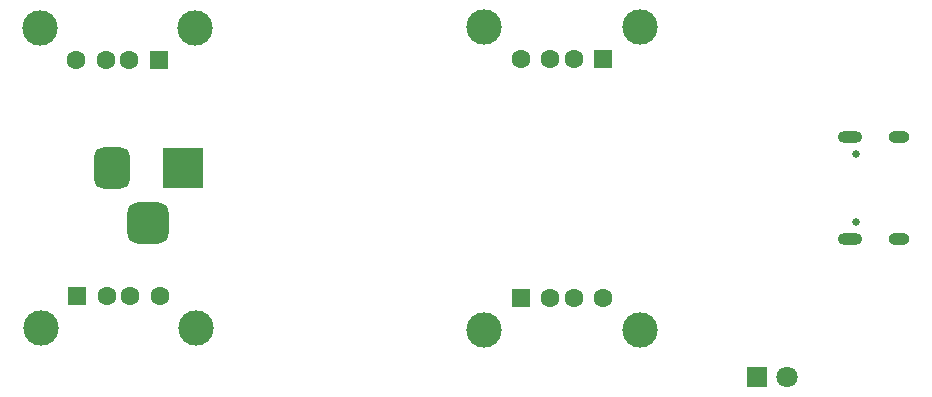
<source format=gbr>
%TF.GenerationSoftware,KiCad,Pcbnew,9.0.3-9.0.3-0~ubuntu22.04.1*%
%TF.CreationDate,2025-08-06T08:54:34+07:00*%
%TF.ProjectId,USB_HUB_4Port,5553425f-4855-4425-9f34-506f72742e6b,rev?*%
%TF.SameCoordinates,Original*%
%TF.FileFunction,Soldermask,Bot*%
%TF.FilePolarity,Negative*%
%FSLAX46Y46*%
G04 Gerber Fmt 4.6, Leading zero omitted, Abs format (unit mm)*
G04 Created by KiCad (PCBNEW 9.0.3-9.0.3-0~ubuntu22.04.1) date 2025-08-06 08:54:34*
%MOMM*%
%LPD*%
G01*
G04 APERTURE LIST*
G04 Aperture macros list*
%AMRoundRect*
0 Rectangle with rounded corners*
0 $1 Rounding radius*
0 $2 $3 $4 $5 $6 $7 $8 $9 X,Y pos of 4 corners*
0 Add a 4 corners polygon primitive as box body*
4,1,4,$2,$3,$4,$5,$6,$7,$8,$9,$2,$3,0*
0 Add four circle primitives for the rounded corners*
1,1,$1+$1,$2,$3*
1,1,$1+$1,$4,$5*
1,1,$1+$1,$6,$7*
1,1,$1+$1,$8,$9*
0 Add four rect primitives between the rounded corners*
20,1,$1+$1,$2,$3,$4,$5,0*
20,1,$1+$1,$4,$5,$6,$7,0*
20,1,$1+$1,$6,$7,$8,$9,0*
20,1,$1+$1,$8,$9,$2,$3,0*%
G04 Aperture macros list end*
%ADD10C,0.650000*%
%ADD11O,2.100000X1.000000*%
%ADD12O,1.800000X1.000000*%
%ADD13R,1.600000X1.500000*%
%ADD14C,1.600000*%
%ADD15C,3.000000*%
%ADD16R,3.500000X3.500000*%
%ADD17RoundRect,0.750000X-0.750000X-1.000000X0.750000X-1.000000X0.750000X1.000000X-0.750000X1.000000X0*%
%ADD18RoundRect,0.875000X-0.875000X-0.875000X0.875000X-0.875000X0.875000X0.875000X-0.875000X0.875000X0*%
%ADD19R,1.800000X1.800000*%
%ADD20C,1.800000*%
G04 APERTURE END LIST*
D10*
%TO.C,J1*%
X118675000Y-149480000D03*
X118675000Y-143700000D03*
D11*
X118155000Y-150910000D03*
D12*
X122355000Y-150910000D03*
D11*
X118155000Y-142270000D03*
D12*
X122355000Y-142270000D03*
%TD*%
D13*
%TO.C,J3*%
X52740000Y-155770000D03*
D14*
X55240000Y-155770000D03*
X57240000Y-155770000D03*
X59740000Y-155770000D03*
D15*
X49670000Y-158480000D03*
X62810000Y-158480000D03*
%TD*%
D16*
%TO.C,J6*%
X61730000Y-144910000D03*
D17*
X55730000Y-144910000D03*
D18*
X58730000Y-149610000D03*
%TD*%
D13*
%TO.C,J5*%
X97300000Y-135710000D03*
D14*
X94800000Y-135710000D03*
X92800000Y-135710000D03*
X90300000Y-135710000D03*
D15*
X100370000Y-133000000D03*
X87230000Y-133000000D03*
%TD*%
D13*
%TO.C,J2*%
X90300000Y-155960000D03*
D14*
X92800000Y-155960000D03*
X94800000Y-155960000D03*
X97300000Y-155960000D03*
D15*
X87230000Y-158670000D03*
X100370000Y-158670000D03*
%TD*%
D19*
%TO.C,D3*%
X110270000Y-162615000D03*
D20*
X112810000Y-162615000D03*
%TD*%
D13*
%TO.C,J4*%
X59660000Y-135780000D03*
D14*
X57160000Y-135780000D03*
X55160000Y-135780000D03*
X52660000Y-135780000D03*
D15*
X62730000Y-133070000D03*
X49590000Y-133070000D03*
%TD*%
M02*

</source>
